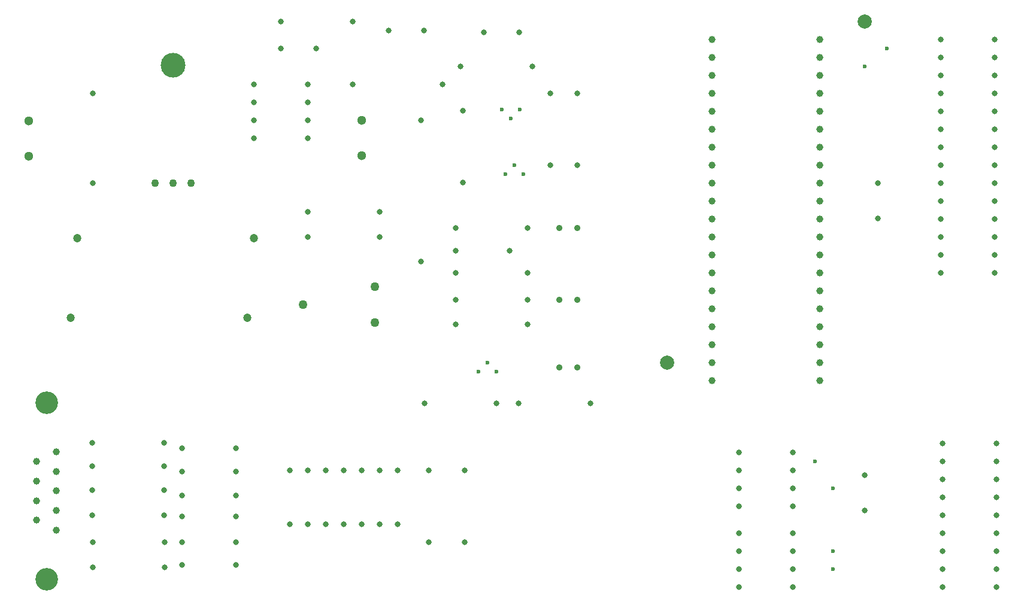
<source format=gbr>
%TF.GenerationSoftware,KiCad,Pcbnew,5.0.2+dfsg1-1+deb10u1*%
%TF.CreationDate,2023-01-09T17:05:48+08:00*%
%TF.ProjectId,pic_programmer,7069635f-7072-46f6-9772-616d6d65722e,rev?*%
%TF.SameCoordinates,Original*%
%TF.FileFunction,Plated,1,2,PTH,Drill*%
%TF.FilePolarity,Positive*%
%FSLAX46Y46*%
G04 Gerber Fmt 4.6, Leading zero omitted, Abs format (unit mm)*
G04 Created by KiCad (PCBNEW 5.0.2+dfsg1-1+deb10u1) date Mon 09 Jan 2023 05:05:48 PM +08*
%MOMM*%
%LPD*%
G01*
G04 APERTURE LIST*
%TA.AperFunction,ViaDrill*%
%ADD10C,0.600000*%
%TD*%
%TA.AperFunction,ComponentDrill*%
%ADD11C,0.600000*%
%TD*%
%TA.AperFunction,ComponentDrill*%
%ADD12C,0.800000*%
%TD*%
%TA.AperFunction,ComponentDrill*%
%ADD13C,0.900000*%
%TD*%
%TA.AperFunction,ComponentDrill*%
%ADD14C,1.000000*%
%TD*%
%TA.AperFunction,ComponentDrill*%
%ADD15C,1.100000*%
%TD*%
%TA.AperFunction,ComponentDrill*%
%ADD16C,1.200000*%
%TD*%
%TA.AperFunction,ComponentDrill*%
%ADD17C,1.270000*%
%TD*%
%TA.AperFunction,ComponentDrill*%
%ADD18C,1.300000*%
%TD*%
%TA.AperFunction,ComponentDrill*%
%ADD19C,2.000000*%
%TD*%
%TA.AperFunction,ComponentDrill*%
%ADD20C,3.200000*%
%TD*%
%TA.AperFunction,ComponentDrill*%
%ADD21C,3.500000*%
%TD*%
G04 APERTURE END LIST*
D10*
X189865000Y-110490000D03*
X192405000Y-114300000D03*
X192405000Y-123190000D03*
X192405000Y-125730000D03*
X196850000Y-54610000D03*
X200025000Y-52070000D03*
D11*
%TO.C,Q1*%
X146050000Y-69850000D03*
X147320000Y-68580000D03*
X148590000Y-69850000D03*
%TO.C,Q2*%
X145542000Y-60706000D03*
X146812000Y-61976000D03*
X148082000Y-60706000D03*
%TO.C,Q3*%
X142240000Y-97790000D03*
X143510000Y-96520000D03*
X144780000Y-97790000D03*
D12*
%TO.C,R15*%
X118110000Y-78740000D03*
X128270000Y-78740000D03*
%TO.C,R17*%
X156210000Y-58420000D03*
X156210000Y-68580000D03*
%TO.C,D3*%
X100330000Y-121920000D03*
X107950000Y-121920000D03*
%TO.C,U6*%
X179070000Y-120650000D03*
X179070000Y-123190000D03*
X179070000Y-125730000D03*
X179070000Y-128270000D03*
X186690000Y-120650000D03*
X186690000Y-123190000D03*
X186690000Y-125730000D03*
X186690000Y-128270000D03*
%TO.C,R6*%
X87757000Y-121920000D03*
X97917000Y-121920000D03*
%TO.C,R18*%
X152400000Y-58420000D03*
X152400000Y-68580000D03*
%TO.C,U1*%
X179070000Y-109220000D03*
X179070000Y-111760000D03*
X179070000Y-114300000D03*
X179070000Y-116840000D03*
X186690000Y-109220000D03*
X186690000Y-111760000D03*
X186690000Y-114300000D03*
X186690000Y-116840000D03*
%TO.C,D1*%
X87757000Y-58420000D03*
X87757000Y-71120000D03*
%TO.C,D11*%
X139065000Y-80645000D03*
X146685000Y-80645000D03*
%TO.C,D10*%
X124460000Y-57150000D03*
X137160000Y-57150000D03*
%TO.C,R20*%
X134620000Y-102235000D03*
X144780000Y-102235000D03*
%TO.C,R4*%
X87630000Y-107823000D03*
X97790000Y-107823000D03*
%TO.C,D7*%
X100330000Y-115316000D03*
X107950000Y-115316000D03*
%TO.C,C9*%
X143002000Y-49784000D03*
X148002000Y-49784000D03*
%TO.C,C7*%
X198755000Y-71120000D03*
X198755000Y-76120000D03*
%TO.C,R13*%
X140335000Y-111760000D03*
X140335000Y-121920000D03*
%TO.C,U5*%
X207899000Y-107950000D03*
X207899000Y-110490000D03*
X207899000Y-113030000D03*
X207899000Y-115570000D03*
X207899000Y-118110000D03*
X207899000Y-120650000D03*
X207899000Y-123190000D03*
X207899000Y-125730000D03*
X207899000Y-128270000D03*
X215519000Y-107950000D03*
X215519000Y-110490000D03*
X215519000Y-113030000D03*
X215519000Y-115570000D03*
X215519000Y-118110000D03*
X215519000Y-120650000D03*
X215519000Y-123190000D03*
X215519000Y-125730000D03*
X215519000Y-128270000D03*
%TO.C,P2*%
X207645000Y-50800000D03*
X207645000Y-53340000D03*
X207645000Y-55880000D03*
X207645000Y-58420000D03*
X207645000Y-60960000D03*
X207645000Y-63500000D03*
X207645000Y-66040000D03*
X207645000Y-68580000D03*
X207645000Y-71120000D03*
X207645000Y-73660000D03*
X207645000Y-76200000D03*
X207645000Y-78740000D03*
X207645000Y-81280000D03*
X207645000Y-83820000D03*
X215265000Y-50800000D03*
X215265000Y-53340000D03*
X215265000Y-55880000D03*
X215265000Y-58420000D03*
X215265000Y-60960000D03*
X215265000Y-63500000D03*
X215265000Y-66040000D03*
X215265000Y-68580000D03*
X215265000Y-71120000D03*
X215265000Y-73660000D03*
X215265000Y-76200000D03*
X215265000Y-78740000D03*
X215265000Y-81280000D03*
X215265000Y-83820000D03*
%TO.C,R3*%
X87630000Y-111125000D03*
X97790000Y-111125000D03*
%TO.C,R19*%
X139065000Y-83820000D03*
X149225000Y-83820000D03*
%TO.C,R1*%
X87630000Y-118110000D03*
X97790000Y-118110000D03*
%TO.C,C3*%
X134112000Y-62230000D03*
X134112000Y-82230000D03*
%TO.C,R8*%
X139065000Y-91059000D03*
X149225000Y-91059000D03*
%TO.C,R5*%
X87757000Y-125476000D03*
X97917000Y-125476000D03*
%TO.C,D4*%
X100330000Y-111887000D03*
X107950000Y-111887000D03*
%TO.C,R14*%
X139065000Y-87630000D03*
X149225000Y-87630000D03*
%TO.C,U4*%
X110490000Y-57150000D03*
X110490000Y-59690000D03*
X110490000Y-62230000D03*
X110490000Y-64770000D03*
X118110000Y-57150000D03*
X118110000Y-59690000D03*
X118110000Y-62230000D03*
X118110000Y-64770000D03*
%TO.C,R10*%
X114300000Y-48260000D03*
X124460000Y-48260000D03*
%TO.C,R16*%
X118110000Y-75184000D03*
X128270000Y-75184000D03*
%TO.C,R7*%
X139700000Y-54610000D03*
X149860000Y-54610000D03*
%TO.C,D5*%
X100330000Y-108585000D03*
X107950000Y-108585000D03*
%TO.C,U2*%
X115570000Y-111760000D03*
X115570000Y-119380000D03*
X118110000Y-111760000D03*
X118110000Y-119380000D03*
X120650000Y-111760000D03*
X120650000Y-119380000D03*
X123190000Y-111760000D03*
X123190000Y-119380000D03*
X125730000Y-111760000D03*
X125730000Y-119380000D03*
X128270000Y-111760000D03*
X128270000Y-119380000D03*
X130810000Y-111760000D03*
X130810000Y-119380000D03*
%TO.C,C5*%
X129540000Y-49530000D03*
X134540000Y-49530000D03*
%TO.C,R2*%
X87630000Y-114554000D03*
X97790000Y-114554000D03*
%TO.C,C6*%
X196850000Y-112395000D03*
X196850000Y-117395000D03*
%TO.C,C4*%
X114300000Y-52070000D03*
X119300000Y-52070000D03*
%TO.C,R21*%
X147955000Y-102235000D03*
X158115000Y-102235000D03*
%TO.C,R9*%
X139065000Y-77470000D03*
X149225000Y-77470000D03*
%TO.C,R11*%
X140081000Y-60833000D03*
X140081000Y-70993000D03*
%TO.C,R12*%
X135255000Y-111760000D03*
X135255000Y-121920000D03*
%TO.C,D2*%
X100330000Y-118237000D03*
X107950000Y-118237000D03*
%TO.C,D6*%
X100330000Y-125095000D03*
X107950000Y-125095000D03*
D13*
%TO.C,D12*%
X153670000Y-97155000D03*
X156210000Y-97155000D03*
%TO.C,D8*%
X153670000Y-77470000D03*
X156210000Y-77470000D03*
%TO.C,D9*%
X153670000Y-87630000D03*
X156210000Y-87630000D03*
D14*
%TO.C,P3*%
X175260000Y-50800000D03*
X175260000Y-53340000D03*
X175260000Y-55880000D03*
X175260000Y-58420000D03*
X175260000Y-60960000D03*
X175260000Y-63500000D03*
X175260000Y-66040000D03*
X175260000Y-68580000D03*
X175260000Y-71120000D03*
X175260000Y-73660000D03*
X175260000Y-76200000D03*
X175260000Y-78740000D03*
X175260000Y-81280000D03*
X175260000Y-83820000D03*
X175260000Y-86360000D03*
X175260000Y-88900000D03*
X175260000Y-91440000D03*
X175260000Y-93980000D03*
X175260000Y-96520000D03*
X175260000Y-99060000D03*
X190500000Y-50800000D03*
X190500000Y-53340000D03*
X190500000Y-55880000D03*
X190500000Y-58420000D03*
X190500000Y-60960000D03*
X190500000Y-63500000D03*
X190500000Y-66040000D03*
X190500000Y-68580000D03*
X190500000Y-71120000D03*
X190500000Y-73660000D03*
X190500000Y-76200000D03*
X190500000Y-78740000D03*
X190500000Y-81280000D03*
X190500000Y-83820000D03*
X190500000Y-86360000D03*
X190500000Y-88900000D03*
X190500000Y-91440000D03*
X190500000Y-93980000D03*
X190500000Y-96520000D03*
X190500000Y-99060000D03*
%TO.C,J1*%
X79760000Y-110505000D03*
X79760000Y-113275000D03*
X79760000Y-116045000D03*
X79760000Y-118815000D03*
X82600000Y-109120000D03*
X82600000Y-111890000D03*
X82600000Y-114660000D03*
X82600000Y-117430000D03*
X82600000Y-120200000D03*
D15*
%TO.C,U3*%
X96520000Y-71120000D03*
X99060000Y-71120000D03*
X101600000Y-71120000D03*
D16*
%TO.C,C1*%
X85490000Y-78867000D03*
X110490000Y-78867000D03*
%TO.C,C2*%
X84582000Y-90170000D03*
X109582000Y-90170000D03*
D17*
%TO.C,RV1*%
X117475000Y-88265000D03*
X127635000Y-85725000D03*
X127635000Y-90805000D03*
D18*
%TO.C,P1*%
X78700000Y-62300000D03*
X78700000Y-67300000D03*
%TO.C,L1*%
X125730000Y-62230000D03*
X125730000Y-67230000D03*
D19*
%TO.C,P3*%
X168910000Y-96520000D03*
X196850000Y-48260000D03*
D20*
%TO.C,J1*%
X81180000Y-102160000D03*
X81180000Y-127160000D03*
D21*
%TO.C,U3*%
X99060000Y-54460000D03*
M02*

</source>
